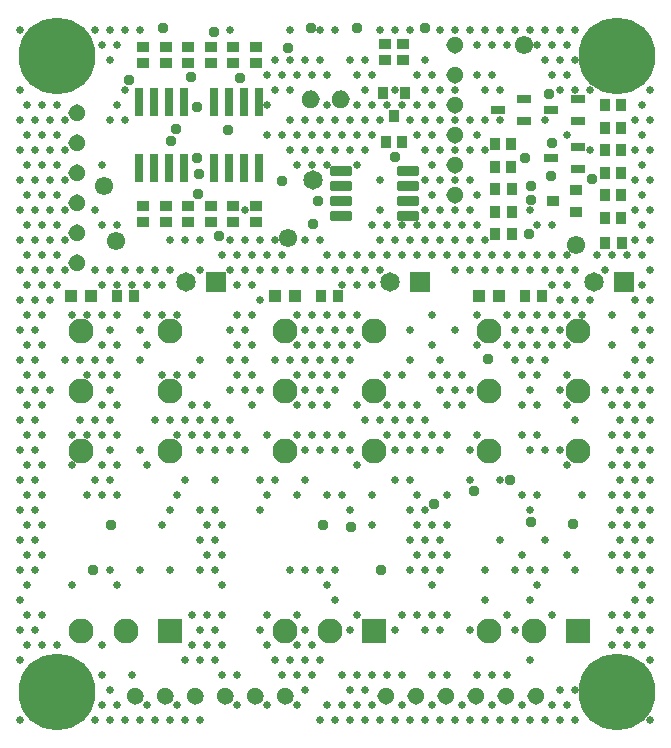
<source format=gts>
G04*
G04 #@! TF.GenerationSoftware,Altium Limited,Altium Designer,21.8.1 (53)*
G04*
G04 Layer_Color=8388736*
%FSLAX23Y23*%
%MOIN*%
G70*
G04*
G04 #@! TF.SameCoordinates,D94B3AED-94FA-482B-8DCC-F6CB08C1A555*
G04*
G04*
G04 #@! TF.FilePolarity,Negative*
G04*
G01*
G75*
%ADD30R,0.039X0.039*%
%ADD32R,0.041X0.034*%
%ADD33R,0.051X0.030*%
%ADD34R,0.041X0.037*%
%ADD35R,0.037X0.041*%
%ADD36R,0.037X0.041*%
%ADD37R,0.028X0.096*%
G04:AMPARAMS|DCode=38|XSize=32mil|YSize=71mil|CornerRadius=5mil|HoleSize=0mil|Usage=FLASHONLY|Rotation=90.000|XOffset=0mil|YOffset=0mil|HoleType=Round|Shape=RoundedRectangle|*
%AMROUNDEDRECTD38*
21,1,0.032,0.061,0,0,90.0*
21,1,0.022,0.071,0,0,90.0*
1,1,0.010,0.031,0.011*
1,1,0.010,0.031,-0.011*
1,1,0.010,-0.031,-0.011*
1,1,0.010,-0.031,0.011*
%
%ADD38ROUNDEDRECTD38*%
%ADD39R,0.034X0.041*%
%ADD40R,0.041X0.037*%
%ADD41C,0.065*%
%ADD42C,0.256*%
%ADD43R,0.065X0.065*%
%ADD44C,0.083*%
%ADD45R,0.083X0.083*%
%ADD46C,0.026*%
%ADD47C,0.061*%
%ADD48C,0.037*%
G36*
X4847Y4152D02*
X4854Y4149D01*
X4860Y4145D01*
X4864Y4139D01*
X4867Y4132D01*
X4868Y4125D01*
X4867Y4118D01*
X4864Y4111D01*
X4860Y4105D01*
X4854Y4101D01*
X4847Y4098D01*
X4840Y4097D01*
X4833Y4098D01*
X4826Y4101D01*
X4820Y4105D01*
X4816Y4111D01*
X4813Y4118D01*
X4812Y4125D01*
X4813Y4132D01*
X4816Y4139D01*
X4820Y4145D01*
X4826Y4149D01*
X4833Y4152D01*
X4840Y4153D01*
X4847Y4152D01*
D02*
G37*
G36*
X5442Y2707D02*
X5449Y2704D01*
X5455Y2700D01*
X5459Y2694D01*
X5462Y2687D01*
X5463Y2680D01*
X5462Y2673D01*
X5459Y2666D01*
X5455Y2660D01*
X5449Y2656D01*
X5442Y2653D01*
X5435Y2652D01*
X5428Y2653D01*
X5421Y2656D01*
X5415Y2660D01*
X5411Y2666D01*
X5408Y2673D01*
X5407Y2680D01*
X5408Y2687D01*
X5411Y2694D01*
X5415Y2700D01*
X5421Y2704D01*
X5428Y2707D01*
X5435Y2708D01*
X5442Y2707D01*
D02*
G37*
G36*
X5342D02*
X5349Y2704D01*
X5355Y2700D01*
X5359Y2694D01*
X5362Y2687D01*
X5363Y2680D01*
X5362Y2673D01*
X5359Y2666D01*
X5355Y2660D01*
X5349Y2656D01*
X5342Y2653D01*
X5335Y2652D01*
X5328Y2653D01*
X5321Y2656D01*
X5315Y2660D01*
X5311Y2666D01*
X5308Y2673D01*
X5307Y2680D01*
X5308Y2687D01*
X5311Y2694D01*
X5315Y2700D01*
X5321Y2704D01*
X5328Y2707D01*
X5335Y2708D01*
X5342Y2707D01*
D02*
G37*
G36*
X5242D02*
X5249Y2704D01*
X5255Y2700D01*
X5259Y2694D01*
X5262Y2687D01*
X5263Y2680D01*
X5262Y2673D01*
X5259Y2666D01*
X5255Y2660D01*
X5249Y2656D01*
X5242Y2653D01*
X5235Y2652D01*
X5228Y2653D01*
X5221Y2656D01*
X5215Y2660D01*
X5211Y2666D01*
X5208Y2673D01*
X5207Y2680D01*
X5208Y2687D01*
X5211Y2694D01*
X5215Y2700D01*
X5221Y2704D01*
X5228Y2707D01*
X5235Y2708D01*
X5242Y2707D01*
D02*
G37*
G36*
X5142D02*
X5149Y2704D01*
X5155Y2700D01*
X5159Y2694D01*
X5162Y2687D01*
X5163Y2680D01*
X5162Y2673D01*
X5159Y2666D01*
X5155Y2660D01*
X5149Y2656D01*
X5142Y2653D01*
X5135Y2652D01*
X5128Y2653D01*
X5121Y2656D01*
X5115Y2660D01*
X5111Y2666D01*
X5108Y2673D01*
X5107Y2680D01*
X5108Y2687D01*
X5111Y2694D01*
X5115Y2700D01*
X5121Y2704D01*
X5128Y2707D01*
X5135Y2708D01*
X5142Y2707D01*
D02*
G37*
G36*
X5042D02*
X5049Y2704D01*
X5055Y2700D01*
X5059Y2694D01*
X5062Y2687D01*
X5063Y2680D01*
X5062Y2673D01*
X5059Y2666D01*
X5055Y2660D01*
X5049Y2656D01*
X5042Y2653D01*
X5035Y2652D01*
X5028Y2653D01*
X5021Y2656D01*
X5015Y2660D01*
X5011Y2666D01*
X5008Y2673D01*
X5007Y2680D01*
X5008Y2687D01*
X5011Y2694D01*
X5015Y2700D01*
X5021Y2704D01*
X5028Y2707D01*
X5035Y2708D01*
X5042Y2707D01*
D02*
G37*
G36*
X5535Y2652D02*
X5528Y2653D01*
X5521Y2656D01*
X5515Y2660D01*
X5511Y2666D01*
X5508Y2673D01*
X5507Y2680D01*
X5508Y2687D01*
X5511Y2694D01*
X5515Y2700D01*
X5521Y2704D01*
X5528Y2707D01*
X5535Y2708D01*
D01*
X5542Y2707D01*
X5549Y2704D01*
X5555Y2700D01*
X5559Y2694D01*
X5562Y2687D01*
X5563Y2680D01*
X5562Y2673D01*
X5559Y2666D01*
X5555Y2660D01*
X5549Y2656D01*
X5542Y2653D01*
X5535Y2652D01*
D01*
D02*
G37*
G36*
X5870Y2708D02*
X5877Y2707D01*
X5884Y2704D01*
X5890Y2700D01*
X5894Y2694D01*
X5897Y2687D01*
X5898Y2680D01*
X5897Y2673D01*
X5894Y2666D01*
X5890Y2660D01*
X5884Y2656D01*
X5877Y2653D01*
X5870Y2652D01*
D01*
X5863Y2653D01*
X5856Y2656D01*
X5850Y2660D01*
X5846Y2666D01*
X5843Y2673D01*
X5842Y2680D01*
X5843Y2687D01*
X5846Y2694D01*
X5850Y2700D01*
X5856Y2704D01*
X5863Y2707D01*
X5870Y2708D01*
D01*
D02*
G37*
G36*
X5970D02*
X5977Y2707D01*
X5984Y2704D01*
X5990Y2700D01*
X5994Y2694D01*
X5997Y2687D01*
X5998Y2680D01*
X5997Y2673D01*
X5994Y2666D01*
X5990Y2660D01*
X5984Y2656D01*
X5977Y2653D01*
X5970Y2652D01*
D01*
X5963Y2653D01*
X5956Y2656D01*
X5950Y2660D01*
X5946Y2666D01*
X5943Y2673D01*
X5942Y2680D01*
X5943Y2687D01*
X5946Y2694D01*
X5950Y2700D01*
X5956Y2704D01*
X5963Y2707D01*
X5970Y2708D01*
D01*
D02*
G37*
G36*
X6070D02*
X6077Y2707D01*
X6084Y2704D01*
X6090Y2700D01*
X6094Y2694D01*
X6097Y2687D01*
X6098Y2680D01*
X6097Y2673D01*
X6094Y2666D01*
X6090Y2660D01*
X6084Y2656D01*
X6077Y2653D01*
X6070Y2652D01*
D01*
X6063Y2653D01*
X6056Y2656D01*
X6050Y2660D01*
X6046Y2666D01*
X6043Y2673D01*
X6042Y2680D01*
X6043Y2687D01*
X6046Y2694D01*
X6050Y2700D01*
X6056Y2704D01*
X6063Y2707D01*
X6070Y2708D01*
D01*
D02*
G37*
G36*
X6170D02*
X6177Y2707D01*
X6184Y2704D01*
X6190Y2700D01*
X6194Y2694D01*
X6197Y2687D01*
X6198Y2680D01*
X6197Y2673D01*
X6194Y2666D01*
X6190Y2660D01*
X6184Y2656D01*
X6177Y2653D01*
X6170Y2652D01*
D01*
X6163Y2653D01*
X6156Y2656D01*
X6150Y2660D01*
X6146Y2666D01*
X6143Y2673D01*
X6142Y2680D01*
X6143Y2687D01*
X6146Y2694D01*
X6150Y2700D01*
X6156Y2704D01*
X6163Y2707D01*
X6170Y2708D01*
D01*
D02*
G37*
G36*
X6270D02*
X6277Y2707D01*
X6284Y2704D01*
X6290Y2700D01*
X6294Y2694D01*
X6297Y2687D01*
X6298Y2680D01*
X6297Y2673D01*
X6294Y2666D01*
X6290Y2660D01*
X6284Y2656D01*
X6277Y2653D01*
X6270Y2652D01*
D01*
X6263Y2653D01*
X6256Y2656D01*
X6250Y2660D01*
X6246Y2666D01*
X6243Y2673D01*
X6242Y2680D01*
X6243Y2687D01*
X6246Y2694D01*
X6250Y2700D01*
X6256Y2704D01*
X6263Y2707D01*
X6270Y2708D01*
D01*
D02*
G37*
G36*
X6370D02*
X6377Y2707D01*
X6384Y2704D01*
X6390Y2700D01*
X6394Y2694D01*
X6397Y2687D01*
X6398Y2680D01*
X6397Y2673D01*
X6394Y2666D01*
X6390Y2660D01*
X6384Y2656D01*
X6377Y2653D01*
X6370Y2652D01*
D01*
X6363Y2653D01*
X6356Y2656D01*
X6350Y2660D01*
X6346Y2666D01*
X6343Y2673D01*
X6342Y2680D01*
X6343Y2687D01*
X6346Y2694D01*
X6350Y2700D01*
X6356Y2704D01*
X6363Y2707D01*
X6370Y2708D01*
D01*
D02*
G37*
G36*
X5727Y4699D02*
X5734Y4696D01*
X5740Y4691D01*
X5745Y4685D01*
X5748Y4678D01*
X5749Y4670D01*
X5748Y4662D01*
X5745Y4655D01*
X5740Y4649D01*
X5734Y4644D01*
X5727Y4641D01*
X5719Y4640D01*
X5711Y4641D01*
X5704Y4644D01*
X5697Y4649D01*
X5693Y4655D01*
X5690Y4662D01*
X5689Y4670D01*
X5690Y4678D01*
X5693Y4685D01*
X5697Y4691D01*
X5704Y4696D01*
X5711Y4699D01*
X5719Y4700D01*
X5727Y4699D01*
D02*
G37*
G36*
X5627D02*
X5634Y4696D01*
X5640Y4691D01*
X5645Y4685D01*
X5648Y4678D01*
X5649Y4670D01*
X5648Y4662D01*
X5645Y4655D01*
X5640Y4649D01*
X5634Y4644D01*
X5627Y4641D01*
X5619Y4640D01*
X5611Y4641D01*
X5604Y4644D01*
X5597Y4649D01*
X5593Y4655D01*
X5590Y4662D01*
X5589Y4670D01*
X5590Y4678D01*
X5593Y4685D01*
X5597Y4691D01*
X5604Y4696D01*
X5611Y4699D01*
X5619Y4700D01*
X5627Y4699D01*
D02*
G37*
G36*
X4847Y4652D02*
X4854Y4649D01*
X4860Y4645D01*
X4864Y4639D01*
X4867Y4632D01*
X4868Y4625D01*
X4867Y4618D01*
X4864Y4611D01*
X4860Y4605D01*
X4854Y4601D01*
X4847Y4598D01*
X4840Y4597D01*
X4833Y4598D01*
X4826Y4601D01*
X4820Y4605D01*
X4816Y4611D01*
X4813Y4618D01*
X4812Y4625D01*
X4813Y4632D01*
X4816Y4639D01*
X4820Y4645D01*
X4826Y4649D01*
X4833Y4652D01*
X4840Y4653D01*
X4847Y4652D01*
D02*
G37*
G36*
Y4552D02*
X4854Y4549D01*
X4860Y4545D01*
X4864Y4539D01*
X4867Y4532D01*
X4868Y4525D01*
X4867Y4518D01*
X4864Y4511D01*
X4860Y4505D01*
X4854Y4501D01*
X4847Y4498D01*
X4840Y4497D01*
X4833Y4498D01*
X4826Y4501D01*
X4820Y4505D01*
X4816Y4511D01*
X4813Y4518D01*
X4812Y4525D01*
X4813Y4532D01*
X4816Y4539D01*
X4820Y4545D01*
X4826Y4549D01*
X4833Y4552D01*
X4840Y4553D01*
X4847Y4552D01*
D02*
G37*
G36*
Y4452D02*
X4854Y4449D01*
X4860Y4445D01*
X4864Y4439D01*
X4867Y4432D01*
X4868Y4425D01*
X4867Y4418D01*
X4864Y4411D01*
X4860Y4405D01*
X4854Y4401D01*
X4847Y4398D01*
X4840Y4397D01*
X4833Y4398D01*
X4826Y4401D01*
X4820Y4405D01*
X4816Y4411D01*
X4813Y4418D01*
X4812Y4425D01*
X4813Y4432D01*
X4816Y4439D01*
X4820Y4445D01*
X4826Y4449D01*
X4833Y4452D01*
X4840Y4453D01*
X4847Y4452D01*
D02*
G37*
G36*
Y4352D02*
X4854Y4349D01*
X4860Y4345D01*
X4864Y4339D01*
X4867Y4332D01*
X4868Y4325D01*
X4867Y4318D01*
X4864Y4311D01*
X4860Y4305D01*
X4854Y4301D01*
X4847Y4298D01*
X4840Y4297D01*
X4833Y4298D01*
X4826Y4301D01*
X4820Y4305D01*
X4816Y4311D01*
X4813Y4318D01*
X4812Y4325D01*
X4813Y4332D01*
X4816Y4339D01*
X4820Y4345D01*
X4826Y4349D01*
X4833Y4352D01*
X4840Y4353D01*
X4847Y4352D01*
D02*
G37*
G36*
Y4252D02*
X4854Y4249D01*
X4860Y4245D01*
X4864Y4239D01*
X4867Y4232D01*
X4868Y4225D01*
X4867Y4218D01*
X4864Y4211D01*
X4860Y4205D01*
X4854Y4201D01*
X4847Y4198D01*
X4840Y4197D01*
X4833Y4198D01*
X4826Y4201D01*
X4820Y4205D01*
X4816Y4211D01*
X4813Y4218D01*
X4812Y4225D01*
X4813Y4232D01*
X4816Y4239D01*
X4820Y4245D01*
X4826Y4249D01*
X4833Y4252D01*
X4840Y4253D01*
X4847Y4252D01*
D02*
G37*
G36*
X6072Y4350D02*
X6073Y4357D01*
X6076Y4364D01*
X6080Y4370D01*
X6086Y4374D01*
X6093Y4377D01*
X6100Y4378D01*
X6107Y4377D01*
X6114Y4374D01*
X6120Y4370D01*
X6124Y4364D01*
X6127Y4357D01*
X6128Y4350D01*
D01*
X6127Y4343D01*
X6124Y4336D01*
X6120Y4330D01*
X6114Y4326D01*
X6107Y4323D01*
X6100Y4322D01*
X6093Y4323D01*
X6086Y4326D01*
X6080Y4330D01*
X6076Y4336D01*
X6073Y4343D01*
X6072Y4350D01*
D01*
D02*
G37*
G36*
Y4450D02*
X6073Y4457D01*
X6076Y4464D01*
X6080Y4470D01*
X6086Y4474D01*
X6093Y4477D01*
X6100Y4478D01*
X6107Y4477D01*
X6114Y4474D01*
X6120Y4470D01*
X6124Y4464D01*
X6127Y4457D01*
X6128Y4450D01*
D01*
X6127Y4443D01*
X6124Y4436D01*
X6120Y4430D01*
X6114Y4426D01*
X6107Y4423D01*
X6100Y4422D01*
X6093Y4423D01*
X6086Y4426D01*
X6080Y4430D01*
X6076Y4436D01*
X6073Y4443D01*
X6072Y4450D01*
D01*
D02*
G37*
G36*
Y4550D02*
X6073Y4557D01*
X6076Y4564D01*
X6080Y4570D01*
X6086Y4574D01*
X6093Y4577D01*
X6100Y4578D01*
X6107Y4577D01*
X6114Y4574D01*
X6120Y4570D01*
X6124Y4564D01*
X6127Y4557D01*
X6128Y4550D01*
D01*
X6127Y4543D01*
X6124Y4536D01*
X6120Y4530D01*
X6114Y4526D01*
X6107Y4523D01*
X6100Y4522D01*
X6093Y4523D01*
X6086Y4526D01*
X6080Y4530D01*
X6076Y4536D01*
X6073Y4543D01*
X6072Y4550D01*
D01*
D02*
G37*
G36*
Y4650D02*
X6073Y4657D01*
X6076Y4664D01*
X6080Y4670D01*
X6086Y4674D01*
X6093Y4677D01*
X6100Y4678D01*
X6107Y4677D01*
X6114Y4674D01*
X6120Y4670D01*
X6124Y4664D01*
X6127Y4657D01*
X6128Y4650D01*
D01*
X6127Y4643D01*
X6124Y4636D01*
X6120Y4630D01*
X6114Y4626D01*
X6107Y4623D01*
X6100Y4622D01*
X6093Y4623D01*
X6086Y4626D01*
X6080Y4630D01*
X6076Y4636D01*
X6073Y4643D01*
X6072Y4650D01*
D01*
D02*
G37*
G36*
Y4750D02*
X6073Y4757D01*
X6076Y4764D01*
X6080Y4770D01*
X6086Y4774D01*
X6093Y4777D01*
X6100Y4778D01*
X6107Y4777D01*
X6114Y4774D01*
X6120Y4770D01*
X6124Y4764D01*
X6127Y4757D01*
X6128Y4750D01*
D01*
X6127Y4743D01*
X6124Y4736D01*
X6120Y4730D01*
X6114Y4726D01*
X6107Y4723D01*
X6100Y4722D01*
X6093Y4723D01*
X6086Y4726D01*
X6080Y4730D01*
X6076Y4736D01*
X6073Y4743D01*
X6072Y4750D01*
D01*
D02*
G37*
G36*
Y4850D02*
X6073Y4857D01*
X6076Y4864D01*
X6080Y4870D01*
X6086Y4874D01*
X6093Y4877D01*
X6100Y4878D01*
X6107Y4877D01*
X6114Y4874D01*
X6120Y4870D01*
X6124Y4864D01*
X6127Y4857D01*
X6128Y4850D01*
D01*
X6127Y4843D01*
X6124Y4836D01*
X6120Y4830D01*
X6114Y4826D01*
X6107Y4823D01*
X6100Y4822D01*
X6093Y4823D01*
X6086Y4826D01*
X6080Y4830D01*
X6076Y4836D01*
X6073Y4843D01*
X6072Y4850D01*
D01*
D02*
G37*
D30*
X4819Y4015D02*
D03*
X4886D02*
D03*
X6246D02*
D03*
X6179D02*
D03*
X5566D02*
D03*
X5499D02*
D03*
D32*
X5867Y4855D02*
D03*
Y4800D02*
D03*
D33*
X6421Y4635D02*
D03*
X6509Y4672D02*
D03*
Y4598D02*
D03*
X6332D02*
D03*
Y4672D02*
D03*
X6244Y4635D02*
D03*
X6509Y4438D02*
D03*
Y4512D02*
D03*
X6421Y4475D02*
D03*
D34*
X5927Y4800D02*
D03*
Y4855D02*
D03*
X5362Y4260D02*
D03*
Y4315D02*
D03*
X5137Y4845D02*
D03*
Y4790D02*
D03*
X5362D02*
D03*
Y4845D02*
D03*
X5287D02*
D03*
Y4790D02*
D03*
X5212Y4790D02*
D03*
Y4845D02*
D03*
X5437Y4790D02*
D03*
Y4845D02*
D03*
X5212Y4315D02*
D03*
Y4260D02*
D03*
X5437Y4315D02*
D03*
Y4260D02*
D03*
X5137Y4315D02*
D03*
Y4260D02*
D03*
X5287Y4260D02*
D03*
Y4315D02*
D03*
X5062Y4260D02*
D03*
Y4315D02*
D03*
Y4790D02*
D03*
Y4845D02*
D03*
D35*
X5925Y4527D02*
D03*
X5870D02*
D03*
X6655Y4350D02*
D03*
X6600D02*
D03*
X6655Y4425D02*
D03*
X6600D02*
D03*
X6600Y4650D02*
D03*
X6655D02*
D03*
X6235Y4370D02*
D03*
X6290D02*
D03*
X6235Y4295D02*
D03*
X6290D02*
D03*
X6290Y4220D02*
D03*
X6235D02*
D03*
D36*
X5897Y4613D02*
D03*
X5860Y4692D02*
D03*
X5934D02*
D03*
D37*
X5197Y4442D02*
D03*
X5147D02*
D03*
X5097D02*
D03*
X5047D02*
D03*
Y4662D02*
D03*
X5097D02*
D03*
X5147D02*
D03*
X5197D02*
D03*
X5297Y4442D02*
D03*
X5347D02*
D03*
X5397D02*
D03*
X5447D02*
D03*
Y4662D02*
D03*
X5397D02*
D03*
X5347D02*
D03*
X5297D02*
D03*
D38*
X5944Y4280D02*
D03*
Y4330D02*
D03*
Y4380D02*
D03*
Y4430D02*
D03*
X5722Y4280D02*
D03*
Y4330D02*
D03*
Y4380D02*
D03*
Y4430D02*
D03*
D39*
X6390Y4015D02*
D03*
X6335D02*
D03*
X5030D02*
D03*
X4975D02*
D03*
X5710D02*
D03*
X5655D02*
D03*
X6600Y4575D02*
D03*
X6655D02*
D03*
X6288Y4445D02*
D03*
X6233D02*
D03*
X6233Y4520D02*
D03*
X6288D02*
D03*
X6600Y4275D02*
D03*
X6655D02*
D03*
Y4500D02*
D03*
X6600D02*
D03*
X6602Y4190D02*
D03*
X6658D02*
D03*
D40*
X6504Y4293D02*
D03*
Y4367D02*
D03*
X6426Y4330D02*
D03*
D41*
X5627Y4400D02*
D03*
X6563Y4060D02*
D03*
X5883D02*
D03*
X5203D02*
D03*
D42*
X6640Y4815D02*
D03*
Y2695D02*
D03*
X4775D02*
D03*
Y4815D02*
D03*
D43*
X6663Y4060D02*
D03*
X5983D02*
D03*
X5303D02*
D03*
D44*
X6363Y2899D02*
D03*
X6215D02*
D03*
Y3499D02*
D03*
Y3698D02*
D03*
Y3896D02*
D03*
X6511Y3499D02*
D03*
Y3698D02*
D03*
Y3896D02*
D03*
X5683Y2899D02*
D03*
X5535D02*
D03*
Y3499D02*
D03*
Y3698D02*
D03*
Y3896D02*
D03*
X5831Y3499D02*
D03*
Y3698D02*
D03*
Y3896D02*
D03*
X5003Y2899D02*
D03*
X4855D02*
D03*
Y3499D02*
D03*
Y3698D02*
D03*
Y3896D02*
D03*
X5151Y3499D02*
D03*
Y3698D02*
D03*
Y3896D02*
D03*
D45*
X6511Y2899D02*
D03*
X5831D02*
D03*
X5151D02*
D03*
D46*
X6750Y4700D02*
D03*
Y4600D02*
D03*
Y4500D02*
D03*
Y4400D02*
D03*
Y4300D02*
D03*
Y4200D02*
D03*
Y4100D02*
D03*
Y4000D02*
D03*
Y3900D02*
D03*
Y3800D02*
D03*
Y3700D02*
D03*
Y3600D02*
D03*
Y3500D02*
D03*
Y3400D02*
D03*
Y3300D02*
D03*
Y3200D02*
D03*
Y3100D02*
D03*
Y3000D02*
D03*
Y2900D02*
D03*
Y2800D02*
D03*
Y2600D02*
D03*
X6725Y4650D02*
D03*
X6700Y4600D02*
D03*
X6725Y4550D02*
D03*
X6700Y4500D02*
D03*
X6725Y4450D02*
D03*
X6700Y4400D02*
D03*
X6725Y4350D02*
D03*
X6700Y4300D02*
D03*
X6725Y4250D02*
D03*
X6700Y4200D02*
D03*
X6725Y4150D02*
D03*
Y4050D02*
D03*
X6700Y4000D02*
D03*
X6725Y3950D02*
D03*
X6700Y3900D02*
D03*
X6725Y3850D02*
D03*
X6700Y3800D02*
D03*
X6725Y3750D02*
D03*
X6700Y3700D02*
D03*
X6725Y3650D02*
D03*
X6700Y3600D02*
D03*
X6725Y3550D02*
D03*
X6700Y3500D02*
D03*
X6725Y3450D02*
D03*
X6700Y3400D02*
D03*
X6725Y3350D02*
D03*
X6700Y3300D02*
D03*
X6725Y3250D02*
D03*
X6700Y3200D02*
D03*
X6725Y3150D02*
D03*
X6700Y3100D02*
D03*
X6725Y3050D02*
D03*
X6700Y3000D02*
D03*
X6725Y2950D02*
D03*
X6700Y2900D02*
D03*
X6725Y2850D02*
D03*
X6675Y4150D02*
D03*
Y3750D02*
D03*
X6650Y3700D02*
D03*
X6675Y3650D02*
D03*
X6650Y3600D02*
D03*
X6675Y3550D02*
D03*
X6650Y3500D02*
D03*
X6675Y3450D02*
D03*
X6650Y3400D02*
D03*
X6675Y3350D02*
D03*
X6650Y3300D02*
D03*
X6675Y3250D02*
D03*
X6650Y3200D02*
D03*
X6675Y3150D02*
D03*
X6650Y3100D02*
D03*
X6675Y2950D02*
D03*
X6650Y2900D02*
D03*
X6675Y2850D02*
D03*
X6625Y4150D02*
D03*
X6600Y4100D02*
D03*
X6625Y3950D02*
D03*
Y3850D02*
D03*
X6600Y3700D02*
D03*
X6625Y3650D02*
D03*
Y3550D02*
D03*
Y3450D02*
D03*
Y3350D02*
D03*
Y3250D02*
D03*
Y3150D02*
D03*
Y2950D02*
D03*
Y2850D02*
D03*
X6550Y4700D02*
D03*
Y4500D02*
D03*
X6575Y4150D02*
D03*
X6550Y4000D02*
D03*
X6500Y4900D02*
D03*
Y4800D02*
D03*
Y4700D02*
D03*
Y4100D02*
D03*
Y4000D02*
D03*
X6525Y3950D02*
D03*
X6500Y3600D02*
D03*
X6525Y3350D02*
D03*
X6500Y3100D02*
D03*
Y2700D02*
D03*
Y2600D02*
D03*
X6450Y4900D02*
D03*
X6475Y4850D02*
D03*
X6450Y4800D02*
D03*
X6475Y4750D02*
D03*
X6450Y4700D02*
D03*
X6475Y4550D02*
D03*
Y4150D02*
D03*
X6450Y4100D02*
D03*
X6475Y4050D02*
D03*
X6450Y4000D02*
D03*
X6475Y3950D02*
D03*
X6450Y3900D02*
D03*
X6475Y3850D02*
D03*
Y3750D02*
D03*
X6450Y3700D02*
D03*
X6475Y3650D02*
D03*
X6450Y3500D02*
D03*
X6475Y3450D02*
D03*
Y3150D02*
D03*
X6450Y2700D02*
D03*
X6475Y2650D02*
D03*
X6450Y2600D02*
D03*
X6400Y4900D02*
D03*
X6425Y4850D02*
D03*
X6400Y4800D02*
D03*
X6425Y4750D02*
D03*
X6400Y4600D02*
D03*
X6425Y4250D02*
D03*
Y4150D02*
D03*
X6400Y4100D02*
D03*
X6425Y4050D02*
D03*
Y3950D02*
D03*
X6400Y3900D02*
D03*
X6425Y3850D02*
D03*
X6400Y3800D02*
D03*
Y3500D02*
D03*
Y3200D02*
D03*
Y3100D02*
D03*
X6425Y2950D02*
D03*
Y2650D02*
D03*
X6400Y2600D02*
D03*
X6350Y4900D02*
D03*
X6375Y4850D02*
D03*
X6350Y4300D02*
D03*
X6375Y4250D02*
D03*
Y4150D02*
D03*
X6350Y4100D02*
D03*
X6375Y3950D02*
D03*
X6350Y3900D02*
D03*
X6375Y3850D02*
D03*
X6350Y3800D02*
D03*
X6375Y3750D02*
D03*
X6350Y3700D02*
D03*
X6375Y3650D02*
D03*
Y3550D02*
D03*
X6350Y3500D02*
D03*
X6375Y3350D02*
D03*
X6350Y3300D02*
D03*
Y3100D02*
D03*
X6375Y3050D02*
D03*
X6350Y3000D02*
D03*
Y2800D02*
D03*
Y2600D02*
D03*
X6300Y4900D02*
D03*
X6325Y4150D02*
D03*
X6300Y4100D02*
D03*
X6325Y3950D02*
D03*
X6300Y3900D02*
D03*
X6325Y3850D02*
D03*
X6300Y3800D02*
D03*
X6325Y3750D02*
D03*
Y3650D02*
D03*
Y3550D02*
D03*
Y3350D02*
D03*
Y3150D02*
D03*
X6300Y3100D02*
D03*
Y2900D02*
D03*
X6325Y2650D02*
D03*
X6300Y2600D02*
D03*
X6250Y4900D02*
D03*
X6275Y4850D02*
D03*
X6250Y4700D02*
D03*
Y4600D02*
D03*
X6275Y4150D02*
D03*
X6250Y4100D02*
D03*
X6275Y3950D02*
D03*
Y3850D02*
D03*
X6250Y3400D02*
D03*
Y3200D02*
D03*
X6275Y2950D02*
D03*
Y2750D02*
D03*
X6250Y2600D02*
D03*
X6200Y4900D02*
D03*
X6225Y4850D02*
D03*
Y4750D02*
D03*
X6200Y4700D02*
D03*
Y4600D02*
D03*
Y4500D02*
D03*
Y4200D02*
D03*
X6225Y4150D02*
D03*
X6200Y4100D02*
D03*
Y3100D02*
D03*
Y3000D02*
D03*
X6225Y2750D02*
D03*
Y2650D02*
D03*
X6200Y2600D02*
D03*
X6150Y4900D02*
D03*
X6175Y4850D02*
D03*
Y4750D02*
D03*
X6150Y4600D02*
D03*
X6175Y4550D02*
D03*
X6150Y4500D02*
D03*
Y4400D02*
D03*
X6175Y4350D02*
D03*
X6150Y4300D02*
D03*
X6175Y4250D02*
D03*
X6150Y4200D02*
D03*
X6175Y4150D02*
D03*
X6150Y4100D02*
D03*
X6175Y3950D02*
D03*
Y3850D02*
D03*
X6150Y3700D02*
D03*
X6175Y3550D02*
D03*
X6150Y3500D02*
D03*
Y3400D02*
D03*
Y2900D02*
D03*
X6175Y2750D02*
D03*
X6150Y2600D02*
D03*
X6100Y4900D02*
D03*
Y4700D02*
D03*
Y4600D02*
D03*
Y4500D02*
D03*
Y4400D02*
D03*
Y4300D02*
D03*
X6125Y4250D02*
D03*
X6100Y4200D02*
D03*
X6125Y4150D02*
D03*
X6100Y4100D02*
D03*
Y3900D02*
D03*
X6125Y3750D02*
D03*
X6100Y3700D02*
D03*
X6125Y3650D02*
D03*
Y2650D02*
D03*
X6100Y2600D02*
D03*
X6050Y4900D02*
D03*
Y4700D02*
D03*
Y4600D02*
D03*
Y4500D02*
D03*
Y4400D02*
D03*
Y4300D02*
D03*
X6075Y4250D02*
D03*
X6050Y4200D02*
D03*
X6075Y4150D02*
D03*
X6050Y3800D02*
D03*
X6075Y3750D02*
D03*
X6050Y3700D02*
D03*
X6075Y3650D02*
D03*
Y3550D02*
D03*
X6050Y3500D02*
D03*
X6075Y3350D02*
D03*
Y3250D02*
D03*
X6050Y3200D02*
D03*
X6075Y3150D02*
D03*
X6050Y3100D02*
D03*
X6075Y2950D02*
D03*
X6050Y2900D02*
D03*
X6075Y2750D02*
D03*
X6050Y2600D02*
D03*
X6000Y4800D02*
D03*
X6025Y4750D02*
D03*
X6000Y4700D02*
D03*
X6025Y4650D02*
D03*
X6000Y4600D02*
D03*
X6025Y4550D02*
D03*
X6000Y4500D02*
D03*
X6025Y4450D02*
D03*
X6000Y4400D02*
D03*
X6025Y4350D02*
D03*
X6000Y4300D02*
D03*
X6025Y4250D02*
D03*
X6000Y4200D02*
D03*
X6025Y4150D02*
D03*
Y3950D02*
D03*
Y3850D02*
D03*
Y3750D02*
D03*
X6000Y3600D02*
D03*
X6025Y3550D02*
D03*
X6000Y3500D02*
D03*
Y3300D02*
D03*
X6025Y3250D02*
D03*
X6000Y3200D02*
D03*
X6025Y3150D02*
D03*
X6000Y3100D02*
D03*
X6025Y3050D02*
D03*
Y2950D02*
D03*
X6000Y2900D02*
D03*
X6025Y2750D02*
D03*
Y2650D02*
D03*
X6000Y2600D02*
D03*
X5950Y4900D02*
D03*
X5975Y4750D02*
D03*
Y4650D02*
D03*
X5950Y4600D02*
D03*
X5975Y4550D02*
D03*
Y4250D02*
D03*
X5950Y4200D02*
D03*
X5975Y4150D02*
D03*
X5950Y3900D02*
D03*
Y3800D02*
D03*
X5975Y3650D02*
D03*
X5950Y3600D02*
D03*
X5975Y3550D02*
D03*
X5950Y3500D02*
D03*
Y3400D02*
D03*
X5975Y3350D02*
D03*
X5950Y3300D02*
D03*
X5975Y3250D02*
D03*
X5950Y3200D02*
D03*
X5975Y3150D02*
D03*
X5950Y3100D02*
D03*
X5975Y2950D02*
D03*
X5950Y2600D02*
D03*
X5900Y4900D02*
D03*
Y4700D02*
D03*
X5925Y4650D02*
D03*
Y4250D02*
D03*
X5900Y4200D02*
D03*
X5925Y4150D02*
D03*
Y3750D02*
D03*
Y3650D02*
D03*
X5900Y3600D02*
D03*
X5925Y3550D02*
D03*
X5900Y3500D02*
D03*
Y3400D02*
D03*
X5925Y2950D02*
D03*
X5900Y2900D02*
D03*
X5925Y2750D02*
D03*
Y2650D02*
D03*
X5900Y2600D02*
D03*
X5850Y4900D02*
D03*
X5875Y4650D02*
D03*
X5850Y4600D02*
D03*
Y4400D02*
D03*
Y4300D02*
D03*
X5875Y4250D02*
D03*
X5850Y4200D02*
D03*
X5875Y4150D02*
D03*
X5850Y4100D02*
D03*
X5875Y3750D02*
D03*
Y3650D02*
D03*
X5850Y3600D02*
D03*
X5875Y3550D02*
D03*
Y2750D02*
D03*
X5850Y2600D02*
D03*
X5800Y4800D02*
D03*
X5825Y4750D02*
D03*
X5800Y4700D02*
D03*
X5825Y4650D02*
D03*
X5800Y4600D02*
D03*
X5825Y4550D02*
D03*
X5800Y4500D02*
D03*
X5825Y4250D02*
D03*
Y4150D02*
D03*
X5800Y4100D02*
D03*
X5825Y4050D02*
D03*
X5800Y3600D02*
D03*
X5825Y3350D02*
D03*
Y3250D02*
D03*
Y2750D02*
D03*
X5800Y2700D02*
D03*
X5825Y2650D02*
D03*
X5800Y2600D02*
D03*
X5750Y4800D02*
D03*
X5775Y4750D02*
D03*
Y4650D02*
D03*
X5750Y4600D02*
D03*
X5775Y4550D02*
D03*
X5750Y4500D02*
D03*
X5775Y4450D02*
D03*
Y4150D02*
D03*
X5750Y4100D02*
D03*
X5775Y4050D02*
D03*
Y3950D02*
D03*
X5750Y3900D02*
D03*
X5775Y3850D02*
D03*
X5750Y3800D02*
D03*
X5775Y3650D02*
D03*
X5750Y3500D02*
D03*
X5775Y3450D02*
D03*
X5750Y3300D02*
D03*
X5775Y2950D02*
D03*
X5750Y2900D02*
D03*
X5775Y2750D02*
D03*
X5750Y2700D02*
D03*
X5775Y2650D02*
D03*
X5750Y2600D02*
D03*
X5700Y4900D02*
D03*
Y4600D02*
D03*
X5725Y4550D02*
D03*
X5700Y4500D02*
D03*
X5725Y4150D02*
D03*
X5700Y4100D02*
D03*
X5725Y4050D02*
D03*
Y3950D02*
D03*
X5700Y3900D02*
D03*
X5725Y3850D02*
D03*
X5700Y3800D02*
D03*
X5725Y3750D02*
D03*
X5700Y3700D02*
D03*
X5725Y3550D02*
D03*
X5700Y3500D02*
D03*
X5725Y3350D02*
D03*
X5700Y3100D02*
D03*
Y3000D02*
D03*
X5725Y2750D02*
D03*
Y2650D02*
D03*
X5700Y2600D02*
D03*
X5650Y4900D02*
D03*
Y4800D02*
D03*
X5675Y4750D02*
D03*
Y4650D02*
D03*
X5650Y4600D02*
D03*
X5675Y4550D02*
D03*
X5650Y4500D02*
D03*
X5675Y4450D02*
D03*
X5650Y4200D02*
D03*
X5675Y4150D02*
D03*
X5650Y4100D02*
D03*
X5675Y3950D02*
D03*
X5650Y3900D02*
D03*
X5675Y3850D02*
D03*
X5650Y3800D02*
D03*
X5675Y3750D02*
D03*
X5650Y3700D02*
D03*
X5675Y3650D02*
D03*
Y3550D02*
D03*
X5650Y3500D02*
D03*
X5675Y3350D02*
D03*
X5650Y3100D02*
D03*
X5675Y3050D02*
D03*
X5650Y2800D02*
D03*
X5675Y2650D02*
D03*
X5650Y2600D02*
D03*
X5600Y4800D02*
D03*
X5625Y4750D02*
D03*
X5600Y4600D02*
D03*
X5625Y4550D02*
D03*
X5600Y4500D02*
D03*
X5625Y4450D02*
D03*
X5600Y4200D02*
D03*
Y4100D02*
D03*
X5625Y3950D02*
D03*
X5600Y3900D02*
D03*
X5625Y3850D02*
D03*
X5600Y3800D02*
D03*
X5625Y3750D02*
D03*
X5600Y3700D02*
D03*
X5625Y3650D02*
D03*
Y3550D02*
D03*
X5600Y3500D02*
D03*
Y3400D02*
D03*
Y3100D02*
D03*
Y2900D02*
D03*
X5625Y2850D02*
D03*
X5600Y2800D02*
D03*
X5625Y2750D02*
D03*
X5600Y2700D02*
D03*
X5550Y4900D02*
D03*
Y4800D02*
D03*
X5575Y4750D02*
D03*
X5550Y4700D02*
D03*
Y4600D02*
D03*
X5575Y4550D02*
D03*
X5550Y4500D02*
D03*
X5575Y4450D02*
D03*
X5550Y4100D02*
D03*
X5575Y3950D02*
D03*
Y3850D02*
D03*
X5550Y3800D02*
D03*
X5575Y3750D02*
D03*
Y3650D02*
D03*
Y3550D02*
D03*
Y3350D02*
D03*
X5550Y3100D02*
D03*
X5575Y2950D02*
D03*
Y2850D02*
D03*
X5550Y2800D02*
D03*
X5575Y2750D02*
D03*
Y2650D02*
D03*
X5500Y4800D02*
D03*
X5525Y4750D02*
D03*
X5500Y4700D02*
D03*
X5525Y4550D02*
D03*
X5500Y4200D02*
D03*
X5525Y4150D02*
D03*
X5500Y4100D02*
D03*
Y3800D02*
D03*
Y3400D02*
D03*
Y2800D02*
D03*
X5525Y2750D02*
D03*
X5475Y4750D02*
D03*
Y4650D02*
D03*
Y4550D02*
D03*
X5450Y4200D02*
D03*
X5475Y4150D02*
D03*
X5450Y4100D02*
D03*
Y4000D02*
D03*
Y3700D02*
D03*
X5475Y3550D02*
D03*
X5450Y3400D02*
D03*
X5475Y3350D02*
D03*
X5450Y3300D02*
D03*
X5475Y2950D02*
D03*
X5450Y2900D02*
D03*
X5475Y2850D02*
D03*
Y2650D02*
D03*
X5400Y4300D02*
D03*
Y4200D02*
D03*
X5425Y4150D02*
D03*
X5400Y4100D02*
D03*
X5425Y4050D02*
D03*
Y3950D02*
D03*
X5400Y3900D02*
D03*
X5425Y3850D02*
D03*
X5400Y3800D02*
D03*
X5425Y3750D02*
D03*
X5400Y3700D02*
D03*
X5425Y3650D02*
D03*
X5400Y3500D02*
D03*
X5350Y4900D02*
D03*
Y4200D02*
D03*
X5375Y4150D02*
D03*
X5350Y4100D02*
D03*
X5375Y4050D02*
D03*
Y3950D02*
D03*
X5350Y3900D02*
D03*
X5375Y3850D02*
D03*
X5350Y3800D02*
D03*
X5375Y3750D02*
D03*
X5350Y3700D02*
D03*
Y3600D02*
D03*
X5375Y3550D02*
D03*
X5350Y3500D02*
D03*
X5375Y2750D02*
D03*
Y2650D02*
D03*
X5325Y4150D02*
D03*
X5300Y3600D02*
D03*
X5325Y3550D02*
D03*
X5300Y3500D02*
D03*
Y3400D02*
D03*
Y3300D02*
D03*
X5325Y3250D02*
D03*
X5300Y3200D02*
D03*
X5325Y3150D02*
D03*
X5300Y3100D02*
D03*
X5325Y3050D02*
D03*
Y2950D02*
D03*
X5300Y2900D02*
D03*
X5325Y2850D02*
D03*
X5300Y2800D02*
D03*
X5325Y2750D02*
D03*
X5250Y4200D02*
D03*
Y4100D02*
D03*
Y3800D02*
D03*
X5275Y3650D02*
D03*
X5250Y3600D02*
D03*
X5275Y3550D02*
D03*
X5250Y3500D02*
D03*
Y3300D02*
D03*
X5275Y3250D02*
D03*
X5250Y3200D02*
D03*
X5275Y3150D02*
D03*
X5250Y3100D02*
D03*
X5275Y2950D02*
D03*
X5250Y2900D02*
D03*
X5275Y2850D02*
D03*
X5250Y2800D02*
D03*
Y2600D02*
D03*
X5200Y4200D02*
D03*
X5225Y3750D02*
D03*
Y3650D02*
D03*
X5200Y3600D02*
D03*
X5225Y3550D02*
D03*
X5200Y3400D02*
D03*
X5225Y2950D02*
D03*
Y2850D02*
D03*
X5200Y2800D02*
D03*
Y2600D02*
D03*
X5150Y4200D02*
D03*
Y4100D02*
D03*
X5175Y3950D02*
D03*
Y3750D02*
D03*
X5150Y3600D02*
D03*
X5175Y3550D02*
D03*
Y3350D02*
D03*
X5150Y3300D02*
D03*
Y3100D02*
D03*
X5175Y2650D02*
D03*
X5150Y2600D02*
D03*
X5100Y4100D02*
D03*
X5125Y4050D02*
D03*
Y3950D02*
D03*
Y3750D02*
D03*
X5100Y3600D02*
D03*
X5125Y3250D02*
D03*
X5100Y2600D02*
D03*
X5050Y4900D02*
D03*
Y4100D02*
D03*
X5075Y4050D02*
D03*
Y3950D02*
D03*
X5050Y3900D02*
D03*
X5075Y3850D02*
D03*
X5050Y3800D02*
D03*
Y3500D02*
D03*
X5075Y3450D02*
D03*
X5050Y3100D02*
D03*
X5075Y2650D02*
D03*
X5050Y2600D02*
D03*
X5000Y4900D02*
D03*
Y4700D02*
D03*
Y4600D02*
D03*
Y4100D02*
D03*
X5025Y4050D02*
D03*
Y2750D02*
D03*
X5000Y2600D02*
D03*
X4950Y4900D02*
D03*
X4975Y4850D02*
D03*
X4950Y4800D02*
D03*
X4975Y4650D02*
D03*
X4950Y4600D02*
D03*
X4975Y4250D02*
D03*
X4950Y4100D02*
D03*
X4975Y4050D02*
D03*
Y3950D02*
D03*
X4950Y3900D02*
D03*
X4975Y3850D02*
D03*
X4950Y3800D02*
D03*
X4975Y3750D02*
D03*
X4950Y3700D02*
D03*
X4975Y3650D02*
D03*
X4950Y3600D02*
D03*
X4975Y3550D02*
D03*
X4950Y3500D02*
D03*
X4975Y3450D02*
D03*
X4950Y3400D02*
D03*
X4975Y3350D02*
D03*
X4950Y3100D02*
D03*
X4975Y3050D02*
D03*
X4950Y2700D02*
D03*
X4975Y2650D02*
D03*
X4950Y2600D02*
D03*
X4900Y4900D02*
D03*
X4925Y4850D02*
D03*
Y4450D02*
D03*
X4900Y4300D02*
D03*
X4925Y4250D02*
D03*
X4900Y4100D02*
D03*
X4925Y4050D02*
D03*
Y3950D02*
D03*
Y3850D02*
D03*
X4900Y3800D02*
D03*
X4925Y3750D02*
D03*
Y3650D02*
D03*
X4900Y3600D02*
D03*
X4925Y3550D02*
D03*
Y3450D02*
D03*
X4900Y3400D02*
D03*
X4925Y3350D02*
D03*
Y2850D02*
D03*
Y2750D02*
D03*
Y2650D02*
D03*
X4900Y2600D02*
D03*
X4875Y3950D02*
D03*
X4850Y3800D02*
D03*
X4875Y3750D02*
D03*
X4850Y3600D02*
D03*
X4875Y3550D02*
D03*
Y3350D02*
D03*
X4800Y4600D02*
D03*
Y4500D02*
D03*
Y4400D02*
D03*
Y4300D02*
D03*
Y4200D02*
D03*
Y4100D02*
D03*
X4825Y3950D02*
D03*
X4800Y3800D02*
D03*
X4825Y3550D02*
D03*
Y3450D02*
D03*
Y3050D02*
D03*
X4775Y4650D02*
D03*
X4750Y4600D02*
D03*
X4775Y4550D02*
D03*
X4750Y4500D02*
D03*
X4775Y4450D02*
D03*
X4750Y4400D02*
D03*
X4775Y4350D02*
D03*
X4750Y4300D02*
D03*
X4775Y4250D02*
D03*
X4750Y4200D02*
D03*
X4775Y4150D02*
D03*
X4750Y4100D02*
D03*
X4775Y4050D02*
D03*
X4750Y4000D02*
D03*
Y3700D02*
D03*
X4775Y2850D02*
D03*
X4725Y4650D02*
D03*
X4700Y4600D02*
D03*
X4725Y4550D02*
D03*
X4700Y4500D02*
D03*
X4725Y4450D02*
D03*
X4700Y4400D02*
D03*
X4725Y4350D02*
D03*
X4700Y4300D02*
D03*
X4725Y4250D02*
D03*
X4700Y4200D02*
D03*
X4725Y4150D02*
D03*
X4700Y4100D02*
D03*
X4725Y4050D02*
D03*
X4700Y4000D02*
D03*
X4725Y3950D02*
D03*
X4700Y3900D02*
D03*
X4725Y3850D02*
D03*
X4700Y3800D02*
D03*
X4725Y3750D02*
D03*
X4700Y3700D02*
D03*
X4725Y3650D02*
D03*
X4700Y3600D02*
D03*
X4725Y3550D02*
D03*
X4700Y3500D02*
D03*
X4725Y3450D02*
D03*
X4700Y3400D02*
D03*
X4725Y3350D02*
D03*
X4700Y3300D02*
D03*
X4725Y3250D02*
D03*
X4700Y3200D02*
D03*
X4725Y3150D02*
D03*
X4700Y3100D02*
D03*
X4725Y2950D02*
D03*
X4700Y2900D02*
D03*
X4725Y2850D02*
D03*
X4650Y4900D02*
D03*
Y4700D02*
D03*
X4675Y4650D02*
D03*
X4650Y4600D02*
D03*
X4675Y4550D02*
D03*
X4650Y4500D02*
D03*
X4675Y4450D02*
D03*
X4650Y4400D02*
D03*
X4675Y4350D02*
D03*
X4650Y4300D02*
D03*
X4675Y4250D02*
D03*
X4650Y4200D02*
D03*
X4675Y4150D02*
D03*
X4650Y4100D02*
D03*
X4675Y4050D02*
D03*
X4650Y4000D02*
D03*
X4675Y3950D02*
D03*
X4650Y3900D02*
D03*
X4675Y3850D02*
D03*
X4650Y3800D02*
D03*
X4675Y3750D02*
D03*
X4650Y3700D02*
D03*
X4675Y3650D02*
D03*
X4650Y3600D02*
D03*
X4675Y3550D02*
D03*
X4650Y3500D02*
D03*
X4675Y3450D02*
D03*
X4650Y3400D02*
D03*
X4675Y3350D02*
D03*
X4650Y3300D02*
D03*
X4675Y3250D02*
D03*
X4650Y3200D02*
D03*
X4675Y3150D02*
D03*
X4650Y3100D02*
D03*
X4675Y3050D02*
D03*
X4650Y3000D02*
D03*
X4675Y2950D02*
D03*
X4650Y2900D02*
D03*
X4675Y2850D02*
D03*
X4650Y2800D02*
D03*
Y2600D02*
D03*
D47*
X6504Y4185D02*
D03*
X4970Y4198D02*
D03*
X4930Y4380D02*
D03*
X6330Y4850D02*
D03*
X5545Y4207D02*
D03*
D48*
X5245Y4355D02*
D03*
X5383Y4742D02*
D03*
X6000Y4906D02*
D03*
X5775D02*
D03*
X5619D02*
D03*
X5128D02*
D03*
X5545Y4840D02*
D03*
X5902Y4477D02*
D03*
X6335Y4475D02*
D03*
X6414Y4689D02*
D03*
X6355Y4334D02*
D03*
X5525Y4397D02*
D03*
X5239Y4644D02*
D03*
X5645Y4330D02*
D03*
X5627Y4255D02*
D03*
X5343Y4568D02*
D03*
X5239Y4475D02*
D03*
X5155Y4530D02*
D03*
X6355Y4380D02*
D03*
X5170Y4570D02*
D03*
X5220Y4745D02*
D03*
X5015Y4733D02*
D03*
X5298Y4895D02*
D03*
X6558Y4405D02*
D03*
X6425Y4525D02*
D03*
X6420Y4415D02*
D03*
X5247Y4420D02*
D03*
X6030Y3322D02*
D03*
X4955Y3250D02*
D03*
X5660D02*
D03*
X5755Y3245D02*
D03*
X6165Y3365D02*
D03*
X6355Y3260D02*
D03*
X5315Y4213D02*
D03*
X6210Y3805D02*
D03*
X6285Y3400D02*
D03*
X4895Y3100D02*
D03*
X5855D02*
D03*
X6495Y3255D02*
D03*
X6348Y4220D02*
D03*
M02*

</source>
